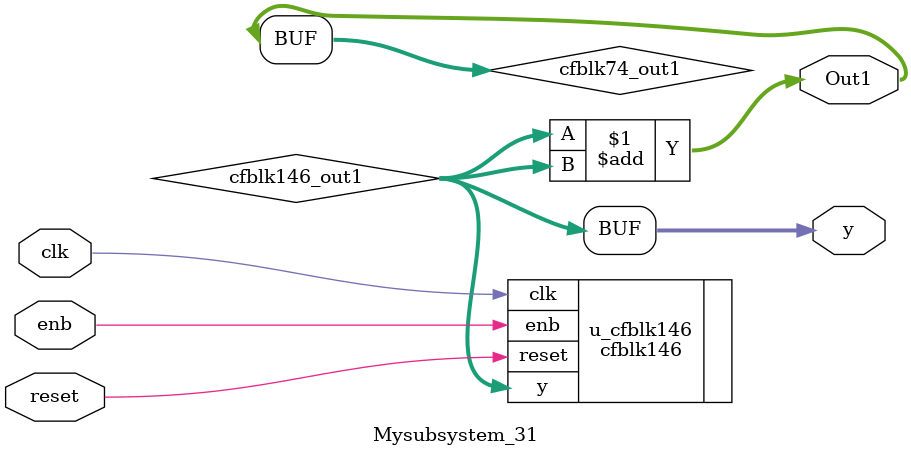
<source format=v>



`timescale 1 ns / 1 ns

module Mysubsystem_31
          (clk,
           reset,
           enb,
           Out1,
           y);


  input   clk;
  input   reset;
  input   enb;
  output  [7:0] Out1;  // uint8
  output  [7:0] y;  // uint8


  wire [7:0] cfblk146_out1;  // uint8
  wire [7:0] cfblk74_out1;  // uint8


  cfblk146 u_cfblk146 (.clk(clk),
                       .reset(reset),
                       .enb(enb),
                       .y(cfblk146_out1)  // uint8
                       );

  assign cfblk74_out1 = cfblk146_out1 + cfblk146_out1;



  assign Out1 = cfblk74_out1;

  assign y = cfblk146_out1;

endmodule  // Mysubsystem_31


</source>
